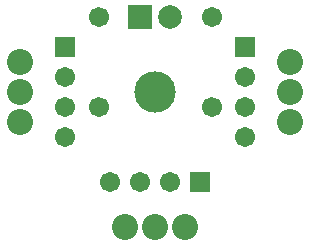
<source format=gbr>
G04 CAM Products 2000  RS274-X Output*
G04 Serial Number: 0000-00-00000*
G04 File Name:ir_sensor_bottom_mask.gbr *
%FSLAX34Y34*%
%MOIN*%
%SFA1B1*%

%IPPOS*%
%ADD10C,0.005500*%
%ADD11C,0.006000*%
%ADD13C,0.013000*%
%ADD14C,0.025000*%
%ADD15R,0.074800X0.100000*%
%ADD16R,0.059100X0.059100*%
%ADD17C,0.059100*%
%ADD18R,0.070900X0.070900*%
%ADD19C,0.070900*%
%ADD20C,0.059000*%
%ADD21C,0.078700*%
%ADD22C,0.138000*%
%ADD28C,0.086700*%
%ADD29C,0.067000*%
%ADD32R,0.078900X0.078900*%
%ADD34C,0.067100*%
%ADD36R,0.067100X0.067100*%
%ADD38R,0.082800X0.108000*%
%ADD41C,0.007700*%
%ADD500C,0.035000*%
%ADD501C,0.039400*%
%ADD502C,0.047200*%
%ADD503C,0.138000*%
%LNir_sensor_bottom_mask-1*%
%LPD*%
G54D36*
X5190Y9815D03*
G54D34*
X5190Y8815D03*
Y7815D03*
Y6815D03*
G54D36*
X9690Y5315D03*
G54D34*
X8690Y5315D03*
X7690D03*
X6690D03*
G54D36*
X11190Y9815D03*
G54D34*
X11190Y8815D03*
Y7815D03*
Y6815D03*
G54D32*
X7690Y10815D03*
G54D21*
X8690Y10815D03*
G54D22*
X8190Y8315D03*
G54D29*
X10060Y7815D03*
G54D34*
X10060Y10815D03*
G54D29*
X6320Y10815D03*
Y7815D03*
G54D28*
X12690Y7315D03*
Y8315D03*
Y9315D03*
X7190Y3815D03*
X8190D03*
X9190D03*
X3690Y9315D03*
Y8315D03*
Y7315D03*
M02*
</source>
